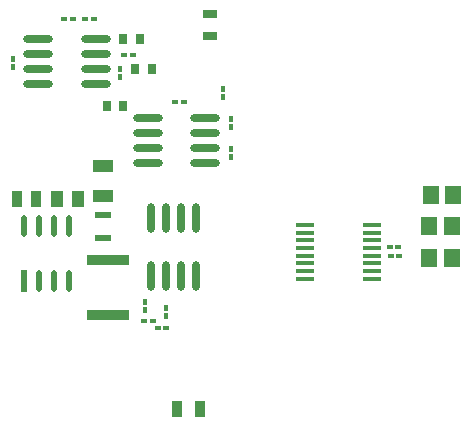
<source format=gtp>
G04*
G04 #@! TF.GenerationSoftware,Altium Limited,Altium Designer,22.2.1 (43)*
G04*
G04 Layer_Color=8421504*
%FSLAX23Y23*%
%MOIN*%
G70*
G04*
G04 #@! TF.SameCoordinates,341014A0-F451-4C88-BB74-CD236E81B47C*
G04*
G04*
G04 #@! TF.FilePolarity,Positive*
G04*
G01*
G75*
G04:AMPARAMS|DCode=16|XSize=74mil|YSize=21mil|CornerRadius=11mil|HoleSize=0mil|Usage=FLASHONLY|Rotation=90.000|XOffset=0mil|YOffset=0mil|HoleType=Round|Shape=RoundedRectangle|*
%AMROUNDEDRECTD16*
21,1,0.074,0.000,0,0,90.0*
21,1,0.052,0.021,0,0,90.0*
1,1,0.021,0.000,0.026*
1,1,0.021,0.000,-0.026*
1,1,0.021,0.000,-0.026*
1,1,0.021,0.000,0.026*
%
%ADD16ROUNDEDRECTD16*%
%ADD17R,0.021X0.074*%
%ADD18R,0.051X0.028*%
%ADD19O,0.098X0.028*%
%ADD20R,0.012X0.020*%
%ADD21R,0.037X0.053*%
%ADD22R,0.041X0.057*%
%ADD23R,0.020X0.012*%
%ADD24R,0.031X0.035*%
%ADD25R,0.065X0.044*%
%ADD26O,0.028X0.098*%
%ADD27R,0.053X0.022*%
%ADD28R,0.037X0.057*%
%ADD29R,0.142X0.038*%
G04:AMPARAMS|DCode=30|XSize=62mil|YSize=16mil|CornerRadius=2mil|HoleSize=0mil|Usage=FLASHONLY|Rotation=0.000|XOffset=0mil|YOffset=0mil|HoleType=Round|Shape=RoundedRectangle|*
%AMROUNDEDRECTD30*
21,1,0.062,0.012,0,0,0.0*
21,1,0.058,0.016,0,0,0.0*
1,1,0.004,0.029,-0.006*
1,1,0.004,-0.029,-0.006*
1,1,0.004,-0.029,0.006*
1,1,0.004,0.029,0.006*
%
%ADD30ROUNDEDRECTD30*%
%ADD31R,0.055X0.061*%
D16*
X3045Y3286D02*
D03*
X3095D02*
D03*
X3145D02*
D03*
X3195D02*
D03*
Y3104D02*
D03*
X3145D02*
D03*
X3095D02*
D03*
D17*
X3045D02*
D03*
D18*
X3665Y3918D02*
D03*
Y3992D02*
D03*
D19*
X3459Y3645D02*
D03*
Y3595D02*
D03*
Y3545D02*
D03*
Y3495D02*
D03*
X3651Y3645D02*
D03*
Y3595D02*
D03*
Y3545D02*
D03*
Y3495D02*
D03*
X3286Y3760D02*
D03*
Y3810D02*
D03*
Y3860D02*
D03*
Y3910D02*
D03*
X3094Y3760D02*
D03*
Y3810D02*
D03*
Y3860D02*
D03*
Y3910D02*
D03*
D20*
X3710Y3744D02*
D03*
Y3716D02*
D03*
X3735Y3644D02*
D03*
Y3616D02*
D03*
X3735Y3516D02*
D03*
Y3544D02*
D03*
X3010Y3816D02*
D03*
Y3844D02*
D03*
X3365Y3809D02*
D03*
Y3781D02*
D03*
X3521Y2986D02*
D03*
Y3014D02*
D03*
X3451Y3006D02*
D03*
Y3034D02*
D03*
D21*
X3024Y3375D02*
D03*
X3085D02*
D03*
D22*
X3228Y3375D02*
D03*
X3155D02*
D03*
D23*
X3551Y3700D02*
D03*
X3579D02*
D03*
X3209Y3975D02*
D03*
X3181D02*
D03*
X3279Y3975D02*
D03*
X3251D02*
D03*
X3409Y3855D02*
D03*
X3381D02*
D03*
X3447Y2970D02*
D03*
X3475D02*
D03*
X3492Y2945D02*
D03*
X3520D02*
D03*
X4298Y3187D02*
D03*
X4270D02*
D03*
X4294Y3215D02*
D03*
X4266D02*
D03*
D24*
X3378Y3685D02*
D03*
X3322D02*
D03*
X3433Y3910D02*
D03*
X3377D02*
D03*
X3417Y3810D02*
D03*
X3473D02*
D03*
D25*
X3311Y3485D02*
D03*
Y3385D02*
D03*
D26*
X3621Y3311D02*
D03*
X3571D02*
D03*
X3521D02*
D03*
X3471D02*
D03*
X3621Y3118D02*
D03*
X3571D02*
D03*
X3521D02*
D03*
X3471D02*
D03*
D27*
X3311Y3323D02*
D03*
Y3246D02*
D03*
D28*
X3633Y2675D02*
D03*
X3557D02*
D03*
D29*
X3326Y3171D02*
D03*
Y2988D02*
D03*
D30*
X4208Y3290D02*
D03*
Y3264D02*
D03*
Y3110D02*
D03*
Y3238D02*
D03*
X3982D02*
D03*
X4208Y3213D02*
D03*
X3982D02*
D03*
Y3290D02*
D03*
Y3264D02*
D03*
Y3110D02*
D03*
Y3187D02*
D03*
Y3162D02*
D03*
X4208Y3136D02*
D03*
Y3162D02*
D03*
Y3187D02*
D03*
X3982Y3136D02*
D03*
D31*
X4472Y3180D02*
D03*
X4398D02*
D03*
X4477Y3390D02*
D03*
X4472Y3285D02*
D03*
X4403Y3390D02*
D03*
X4398Y3285D02*
D03*
M02*

</source>
